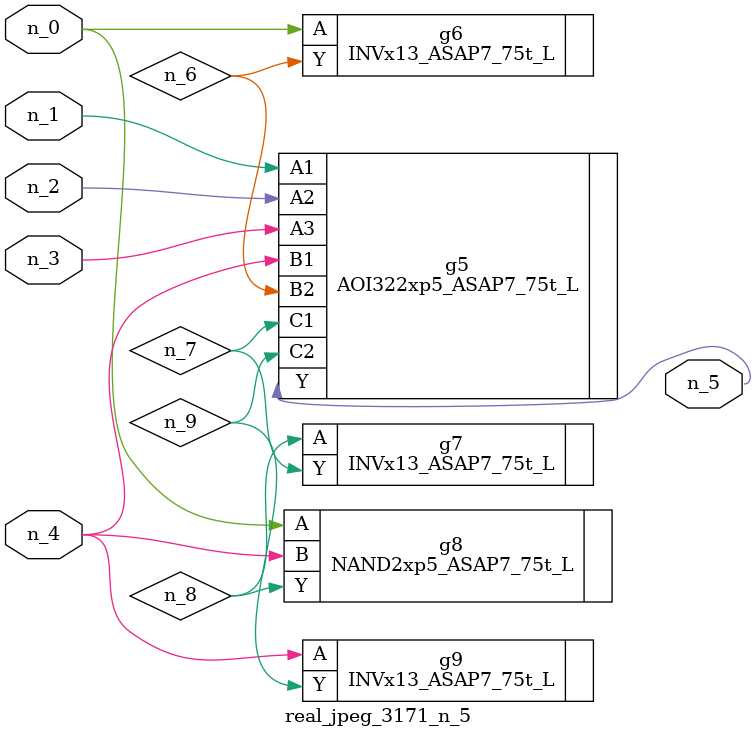
<source format=v>
module real_jpeg_3171_n_5 (n_4, n_0, n_1, n_2, n_3, n_5);

input n_4;
input n_0;
input n_1;
input n_2;
input n_3;

output n_5;

wire n_8;
wire n_6;
wire n_7;
wire n_9;

INVx13_ASAP7_75t_L g6 ( 
.A(n_0),
.Y(n_6)
);

NAND2xp5_ASAP7_75t_L g8 ( 
.A(n_0),
.B(n_4),
.Y(n_8)
);

AOI322xp5_ASAP7_75t_L g5 ( 
.A1(n_1),
.A2(n_2),
.A3(n_3),
.B1(n_4),
.B2(n_6),
.C1(n_7),
.C2(n_9),
.Y(n_5)
);

INVx13_ASAP7_75t_L g9 ( 
.A(n_4),
.Y(n_9)
);

INVx13_ASAP7_75t_L g7 ( 
.A(n_8),
.Y(n_7)
);


endmodule
</source>
